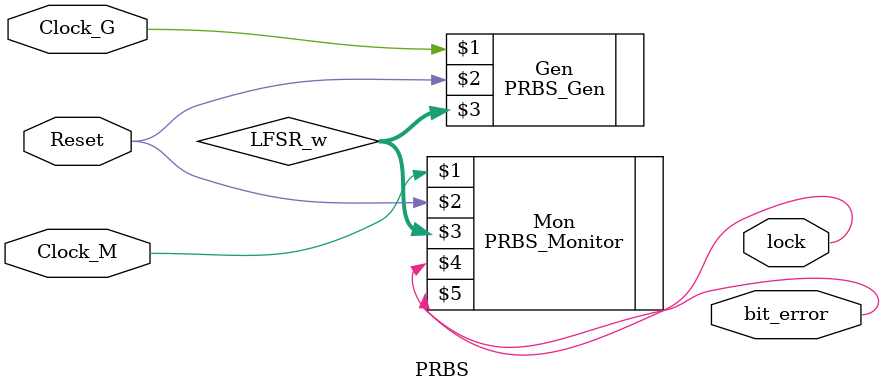
<source format=v>
`timescale 1ns/1ps
`define OUTLENGTH 8

module PRBS (
	input 			Clock_G,
	input 			Clock_M,
	input 			Reset,
	output     		lock,				
	output     		bit_error	
);

wire [`OUTLENGTH-1:0]  	LFSR_w;

PRBS_Gen Gen(
	Clock_G,
	Reset,
	LFSR_w
	);

PRBS_Monitor Mon(
	Clock_M,
	Reset,
	LFSR_w,
	lock,
	bit_error
	);

endmodule
</source>
